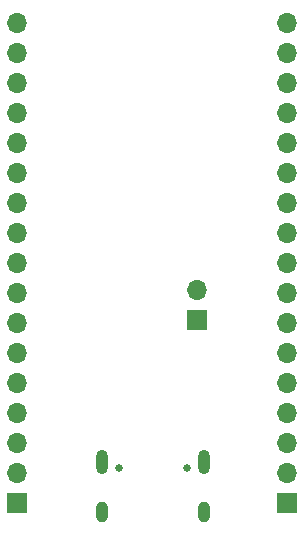
<source format=gbr>
%TF.GenerationSoftware,KiCad,Pcbnew,8.0.5*%
%TF.CreationDate,2024-10-18T17:30:21-04:00*%
%TF.ProjectId,STM32F4Example,53544d33-3246-4344-9578-616d706c652e,rev?*%
%TF.SameCoordinates,Original*%
%TF.FileFunction,Soldermask,Bot*%
%TF.FilePolarity,Negative*%
%FSLAX46Y46*%
G04 Gerber Fmt 4.6, Leading zero omitted, Abs format (unit mm)*
G04 Created by KiCad (PCBNEW 8.0.5) date 2024-10-18 17:30:21*
%MOMM*%
%LPD*%
G01*
G04 APERTURE LIST*
%ADD10R,1.700000X1.700000*%
%ADD11O,1.700000X1.700000*%
%ADD12C,0.650000*%
%ADD13O,1.000000X2.100000*%
%ADD14O,1.000000X1.800000*%
G04 APERTURE END LIST*
D10*
%TO.C,J3*%
X95089776Y-114480951D03*
D11*
X95089776Y-111940951D03*
X95089776Y-109400951D03*
X95089776Y-106860951D03*
X95089776Y-104320951D03*
X95089776Y-101780951D03*
X95089776Y-99240951D03*
X95089776Y-96700951D03*
X95089776Y-94160951D03*
X95089776Y-91620951D03*
X95089776Y-89080951D03*
X95089776Y-86540951D03*
X95089776Y-84000951D03*
X95089776Y-81460951D03*
X95089776Y-78920951D03*
X95089776Y-76380951D03*
X95089776Y-73840951D03*
%TD*%
D10*
%TO.C,J1*%
X110300000Y-98975000D03*
D11*
X110300000Y-96435000D03*
%TD*%
D12*
%TO.C,U3*%
X103700000Y-111552500D03*
X109490000Y-111552500D03*
D13*
X102280000Y-111052500D03*
X110920000Y-111052500D03*
D14*
X110920000Y-115232500D03*
X102280000Y-115232500D03*
%TD*%
D10*
%TO.C,J2*%
X117929776Y-114470951D03*
D11*
X117929776Y-111930951D03*
X117929776Y-109390951D03*
X117929776Y-106850951D03*
X117929776Y-104310951D03*
X117929776Y-101770951D03*
X117929776Y-99230951D03*
X117929776Y-96690951D03*
X117929776Y-94150951D03*
X117929776Y-91610951D03*
X117929776Y-89070951D03*
X117929776Y-86530951D03*
X117929776Y-83990951D03*
X117929776Y-81450951D03*
X117929776Y-78910951D03*
X117929776Y-76370951D03*
X117929776Y-73830951D03*
%TD*%
M02*

</source>
